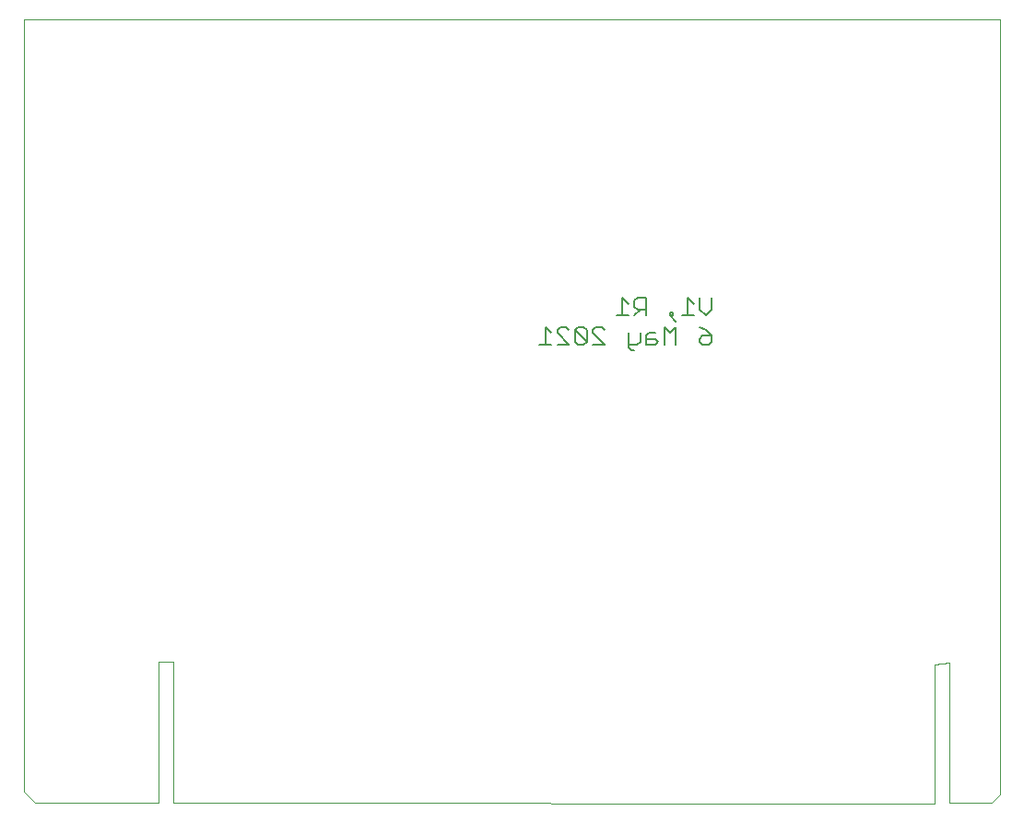
<source format=gbo>
G75*
%MOIN*%
%OFA0B0*%
%FSLAX25Y25*%
%IPPOS*%
%LPD*%
%AMOC8*
5,1,8,0,0,1.08239X$1,22.5*
%
%ADD10C,0.00000*%
%ADD11C,0.00600*%
D10*
X0026198Y0006201D02*
X0030135Y0002299D01*
X0074623Y0002299D01*
X0074623Y0053087D01*
X0080135Y0053087D01*
X0080135Y0002299D01*
X0355331Y0001906D01*
X0355331Y0052299D01*
X0360843Y0052693D01*
X0360843Y0002299D01*
X0376198Y0002299D01*
X0378954Y0005055D01*
X0378954Y0051512D01*
X0378954Y0051394D02*
X0378954Y0285492D01*
X0026198Y0285492D01*
X0026198Y0052000D01*
X0026198Y0052201D02*
X0026198Y0006201D01*
D11*
X0212437Y0167835D02*
X0216707Y0167835D01*
X0214572Y0167835D02*
X0214572Y0174241D01*
X0216707Y0172106D01*
X0218882Y0172106D02*
X0223153Y0167835D01*
X0218882Y0167835D01*
X0218882Y0172106D02*
X0218882Y0173173D01*
X0219950Y0174241D01*
X0222085Y0174241D01*
X0223153Y0173173D01*
X0225328Y0173173D02*
X0229598Y0168903D01*
X0228530Y0167835D01*
X0226395Y0167835D01*
X0225328Y0168903D01*
X0225328Y0173173D01*
X0226395Y0174241D01*
X0228530Y0174241D01*
X0229598Y0173173D01*
X0229598Y0168903D01*
X0231773Y0167835D02*
X0236044Y0167835D01*
X0231773Y0172106D01*
X0231773Y0173173D01*
X0232841Y0174241D01*
X0234976Y0174241D01*
X0236044Y0173173D01*
X0240367Y0178335D02*
X0244638Y0178335D01*
X0242502Y0178335D02*
X0242502Y0184741D01*
X0244638Y0182606D01*
X0246813Y0183673D02*
X0246813Y0181538D01*
X0247880Y0180471D01*
X0251083Y0180471D01*
X0248948Y0180471D02*
X0246813Y0178335D01*
X0251083Y0178335D02*
X0251083Y0184741D01*
X0247880Y0184741D01*
X0246813Y0183673D01*
X0259690Y0179403D02*
X0259690Y0178335D01*
X0260758Y0178335D01*
X0260758Y0179403D01*
X0259690Y0179403D01*
X0259690Y0178335D02*
X0261826Y0176200D01*
X0261826Y0174241D02*
X0259690Y0172106D01*
X0257555Y0174241D01*
X0257555Y0167835D01*
X0255380Y0168903D02*
X0254312Y0169971D01*
X0251110Y0169971D01*
X0251110Y0171038D02*
X0251110Y0167835D01*
X0254312Y0167835D01*
X0255380Y0168903D01*
X0254312Y0172106D02*
X0252177Y0172106D01*
X0251110Y0171038D01*
X0248935Y0172106D02*
X0248935Y0168903D01*
X0247867Y0167835D01*
X0244664Y0167835D01*
X0244664Y0166768D02*
X0245732Y0165700D01*
X0246799Y0165700D01*
X0244664Y0166768D02*
X0244664Y0172106D01*
X0261826Y0174241D02*
X0261826Y0167835D01*
X0270446Y0168903D02*
X0270446Y0169971D01*
X0271514Y0171038D01*
X0274717Y0171038D01*
X0274717Y0168903D01*
X0273649Y0167835D01*
X0271514Y0167835D01*
X0270446Y0168903D01*
X0272581Y0173173D02*
X0274717Y0171038D01*
X0272581Y0173173D02*
X0270446Y0174241D01*
X0272581Y0178335D02*
X0270446Y0180471D01*
X0270446Y0184741D01*
X0268271Y0182606D02*
X0266136Y0184741D01*
X0266136Y0178335D01*
X0268271Y0178335D02*
X0264001Y0178335D01*
X0272581Y0178335D02*
X0274717Y0180471D01*
X0274717Y0184741D01*
M02*

</source>
